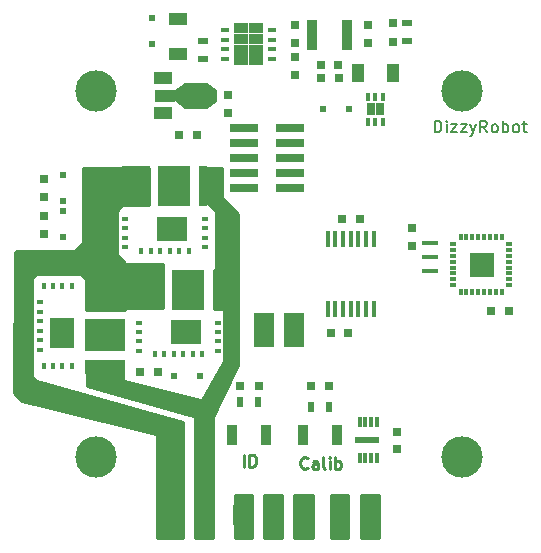
<source format=gbr>
G04 #@! TF.FileFunction,Soldermask,Top*
%FSLAX46Y46*%
G04 Gerber Fmt 4.6, Leading zero omitted, Abs format (unit mm)*
G04 Created by KiCad (PCBNEW 4.0.6) date 07/23/18 20:20:06*
%MOMM*%
%LPD*%
G01*
G04 APERTURE LIST*
%ADD10C,0.100000*%
%ADD11C,0.250000*%
%ADD12C,0.200000*%
%ADD13R,1.400000X0.400000*%
%ADD14C,3.500000*%
%ADD15R,1.500000X1.000000*%
%ADD16R,1.800000X1.000000*%
%ADD17R,1.840000X2.200000*%
%ADD18R,0.750000X0.800000*%
%ADD19R,0.800000X0.750000*%
%ADD20R,0.800000X0.800000*%
%ADD21R,0.500000X0.500000*%
%ADD22R,1.700000X1.700000*%
%ADD23O,1.700000X1.700000*%
%ADD24R,0.500000X0.900000*%
%ADD25R,0.304800X0.889000*%
%ADD26R,2.000000X0.600000*%
%ADD27R,1.000000X1.600000*%
%ADD28R,0.900000X2.500000*%
%ADD29R,0.750000X0.350000*%
%ADD30R,1.250000X0.900000*%
%ADD31R,1.600000X1.000000*%
%ADD32R,0.900000X0.500000*%
%ADD33R,0.900000X1.700000*%
%ADD34R,2.400000X0.740000*%
%ADD35R,0.600000X0.300000*%
%ADD36R,0.300000X0.600000*%
%ADD37R,2.000000X2.000000*%
%ADD38R,0.350000X0.650000*%
%ADD39R,0.800000X1.000000*%
%ADD40R,0.450000X1.450000*%
%ADD41R,0.300000X0.550000*%
%ADD42R,0.550000X0.300000*%
%ADD43R,0.800000X3.400000*%
%ADD44R,2.750000X3.400000*%
%ADD45R,2.400000X3.400000*%
%ADD46R,2.500000X2.000000*%
%ADD47C,1.000000*%
%ADD48R,3.400000X0.800000*%
%ADD49R,3.400000X2.750000*%
%ADD50R,3.400000X2.400000*%
%ADD51R,2.000000X2.500000*%
%ADD52R,1.700000X3.000000*%
%ADD53C,0.254000*%
G04 APERTURE END LIST*
D10*
D11*
X62550000Y-81802381D02*
X62550000Y-80802381D01*
X63026190Y-81802381D02*
X63026190Y-80802381D01*
X63264285Y-80802381D01*
X63407143Y-80850000D01*
X63502381Y-80945238D01*
X63550000Y-81040476D01*
X63597619Y-81230952D01*
X63597619Y-81373810D01*
X63550000Y-81564286D01*
X63502381Y-81659524D01*
X63407143Y-81754762D01*
X63264285Y-81802381D01*
X63026190Y-81802381D01*
X67954762Y-81907143D02*
X67907143Y-81954762D01*
X67764286Y-82002381D01*
X67669048Y-82002381D01*
X67526190Y-81954762D01*
X67430952Y-81859524D01*
X67383333Y-81764286D01*
X67335714Y-81573810D01*
X67335714Y-81430952D01*
X67383333Y-81240476D01*
X67430952Y-81145238D01*
X67526190Y-81050000D01*
X67669048Y-81002381D01*
X67764286Y-81002381D01*
X67907143Y-81050000D01*
X67954762Y-81097619D01*
X68811905Y-82002381D02*
X68811905Y-81478571D01*
X68764286Y-81383333D01*
X68669048Y-81335714D01*
X68478571Y-81335714D01*
X68383333Y-81383333D01*
X68811905Y-81954762D02*
X68716667Y-82002381D01*
X68478571Y-82002381D01*
X68383333Y-81954762D01*
X68335714Y-81859524D01*
X68335714Y-81764286D01*
X68383333Y-81669048D01*
X68478571Y-81621429D01*
X68716667Y-81621429D01*
X68811905Y-81573810D01*
X69430952Y-82002381D02*
X69335714Y-81954762D01*
X69288095Y-81859524D01*
X69288095Y-81002381D01*
X69811905Y-82002381D02*
X69811905Y-81335714D01*
X69811905Y-81002381D02*
X69764286Y-81050000D01*
X69811905Y-81097619D01*
X69859524Y-81050000D01*
X69811905Y-81002381D01*
X69811905Y-81097619D01*
X70288095Y-82002381D02*
X70288095Y-81002381D01*
X70288095Y-81383333D02*
X70383333Y-81335714D01*
X70573810Y-81335714D01*
X70669048Y-81383333D01*
X70716667Y-81430952D01*
X70764286Y-81526190D01*
X70764286Y-81811905D01*
X70716667Y-81907143D01*
X70669048Y-81954762D01*
X70573810Y-82002381D01*
X70383333Y-82002381D01*
X70288095Y-81954762D01*
D12*
X78716666Y-53502381D02*
X78716666Y-52502381D01*
X78954761Y-52502381D01*
X79097619Y-52550000D01*
X79192857Y-52645238D01*
X79240476Y-52740476D01*
X79288095Y-52930952D01*
X79288095Y-53073810D01*
X79240476Y-53264286D01*
X79192857Y-53359524D01*
X79097619Y-53454762D01*
X78954761Y-53502381D01*
X78716666Y-53502381D01*
X79716666Y-53502381D02*
X79716666Y-52835714D01*
X79716666Y-52502381D02*
X79669047Y-52550000D01*
X79716666Y-52597619D01*
X79764285Y-52550000D01*
X79716666Y-52502381D01*
X79716666Y-52597619D01*
X80097618Y-52835714D02*
X80621428Y-52835714D01*
X80097618Y-53502381D01*
X80621428Y-53502381D01*
X80907142Y-52835714D02*
X81430952Y-52835714D01*
X80907142Y-53502381D01*
X81430952Y-53502381D01*
X81716666Y-52835714D02*
X81954761Y-53502381D01*
X82192857Y-52835714D02*
X81954761Y-53502381D01*
X81859523Y-53740476D01*
X81811904Y-53788095D01*
X81716666Y-53835714D01*
X83145238Y-53502381D02*
X82811904Y-53026190D01*
X82573809Y-53502381D02*
X82573809Y-52502381D01*
X82954762Y-52502381D01*
X83050000Y-52550000D01*
X83097619Y-52597619D01*
X83145238Y-52692857D01*
X83145238Y-52835714D01*
X83097619Y-52930952D01*
X83050000Y-52978571D01*
X82954762Y-53026190D01*
X82573809Y-53026190D01*
X83716666Y-53502381D02*
X83621428Y-53454762D01*
X83573809Y-53407143D01*
X83526190Y-53311905D01*
X83526190Y-53026190D01*
X83573809Y-52930952D01*
X83621428Y-52883333D01*
X83716666Y-52835714D01*
X83859524Y-52835714D01*
X83954762Y-52883333D01*
X84002381Y-52930952D01*
X84050000Y-53026190D01*
X84050000Y-53311905D01*
X84002381Y-53407143D01*
X83954762Y-53454762D01*
X83859524Y-53502381D01*
X83716666Y-53502381D01*
X84478571Y-53502381D02*
X84478571Y-52502381D01*
X84478571Y-52883333D02*
X84573809Y-52835714D01*
X84764286Y-52835714D01*
X84859524Y-52883333D01*
X84907143Y-52930952D01*
X84954762Y-53026190D01*
X84954762Y-53311905D01*
X84907143Y-53407143D01*
X84859524Y-53454762D01*
X84764286Y-53502381D01*
X84573809Y-53502381D01*
X84478571Y-53454762D01*
X85526190Y-53502381D02*
X85430952Y-53454762D01*
X85383333Y-53407143D01*
X85335714Y-53311905D01*
X85335714Y-53026190D01*
X85383333Y-52930952D01*
X85430952Y-52883333D01*
X85526190Y-52835714D01*
X85669048Y-52835714D01*
X85764286Y-52883333D01*
X85811905Y-52930952D01*
X85859524Y-53026190D01*
X85859524Y-53311905D01*
X85811905Y-53407143D01*
X85764286Y-53454762D01*
X85669048Y-53502381D01*
X85526190Y-53502381D01*
X86145238Y-52835714D02*
X86526190Y-52835714D01*
X86288095Y-52502381D02*
X86288095Y-53359524D01*
X86335714Y-53454762D01*
X86430952Y-53502381D01*
X86526190Y-53502381D01*
D13*
X78350000Y-62850000D03*
X78350000Y-64050000D03*
X78350000Y-65250000D03*
D14*
X50000000Y-81000000D03*
X81000000Y-81000000D03*
X81000000Y-50000000D03*
D10*
G36*
X59422000Y-49300000D02*
X60272000Y-49900000D01*
X60272000Y-50900000D01*
X59422000Y-51500000D01*
X59422000Y-49300000D01*
X59422000Y-49300000D01*
G37*
D15*
X55700000Y-48900000D03*
D16*
X55846500Y-50400000D03*
D15*
X55700000Y-51900000D03*
D17*
X58513500Y-50400000D03*
D10*
G36*
X57603800Y-51500000D02*
X56603800Y-50800000D01*
X56603800Y-50000000D01*
X57603800Y-49300000D01*
X57603800Y-51500000D01*
X57603800Y-51500000D01*
G37*
D18*
X66900000Y-48650000D03*
X66900000Y-47150000D03*
X45600000Y-57450000D03*
X45600000Y-58950000D03*
D19*
X55300000Y-73750000D03*
X53800000Y-73750000D03*
X71400000Y-70450000D03*
X69900000Y-70450000D03*
D18*
X75500000Y-80350000D03*
X75500000Y-78850000D03*
D20*
X68200000Y-74950000D03*
X69800000Y-74950000D03*
D21*
X54800000Y-46000000D03*
X54800000Y-43800000D03*
D22*
X73200000Y-85900000D03*
D23*
X70660000Y-85900000D03*
D22*
X56600000Y-85900000D03*
X59200000Y-85900000D03*
X62500000Y-85900000D03*
X65040000Y-85900000D03*
X67580000Y-85900000D03*
D24*
X63750000Y-76300000D03*
X62250000Y-76300000D03*
X68250000Y-76750000D03*
X69750000Y-76750000D03*
D25*
X73850000Y-78050000D03*
X73350000Y-78050000D03*
X72850000Y-78050000D03*
X72350000Y-78050000D03*
X72350000Y-81072600D03*
X72850000Y-81072600D03*
X73350000Y-81072600D03*
X73850000Y-81072600D03*
D26*
X73000000Y-79561300D03*
D18*
X66900000Y-44450000D03*
X66900000Y-45950000D03*
D27*
X75200000Y-48500000D03*
X72200000Y-48500000D03*
D28*
X68350000Y-45300000D03*
X71250000Y-45300000D03*
D18*
X61200000Y-51850000D03*
X61200000Y-50350000D03*
D19*
X69050000Y-47800000D03*
X70550000Y-47800000D03*
X70600000Y-48900000D03*
X69100000Y-48900000D03*
D18*
X73100000Y-45900000D03*
X73100000Y-44400000D03*
D29*
X60925000Y-44850000D03*
X60925000Y-45650000D03*
X60925000Y-46450000D03*
X60925000Y-47250000D03*
X64925000Y-47250000D03*
X64925000Y-46450000D03*
X64925000Y-45650000D03*
X64925000Y-44850000D03*
D30*
X63550000Y-47400000D03*
X63550000Y-46500000D03*
X63550000Y-45600000D03*
X63550000Y-44700000D03*
X62300000Y-47400000D03*
X62300000Y-46500000D03*
X62300000Y-45600000D03*
X62300000Y-44700000D03*
D21*
X47250000Y-62400000D03*
X47250000Y-60200000D03*
D19*
X72400000Y-60800000D03*
X70900000Y-60800000D03*
D31*
X57000000Y-46900000D03*
X57000000Y-43900000D03*
D19*
X85000000Y-68650000D03*
X83500000Y-68650000D03*
D20*
X63800000Y-74950000D03*
X62200000Y-74950000D03*
D21*
X47250000Y-57100000D03*
X47250000Y-59300000D03*
X56600000Y-74150000D03*
X58800000Y-74150000D03*
D32*
X59100000Y-47250000D03*
X59100000Y-45750000D03*
D33*
X67550000Y-79100000D03*
X70450000Y-79100000D03*
X61550000Y-79100000D03*
X64450000Y-79100000D03*
D32*
X76400000Y-44250000D03*
X76400000Y-45750000D03*
D20*
X75200000Y-45850000D03*
X75200000Y-44250000D03*
D34*
X62600000Y-53100000D03*
X66500000Y-53100000D03*
X62600000Y-54370000D03*
X66500000Y-54370000D03*
X62600000Y-55640000D03*
X66500000Y-55640000D03*
X62600000Y-56910000D03*
X66500000Y-56910000D03*
X62600000Y-58180000D03*
X66500000Y-58180000D03*
D35*
X80300000Y-62950000D03*
X80300000Y-63450000D03*
X80300000Y-63950000D03*
X80300000Y-64450000D03*
X80300000Y-64950000D03*
X80300000Y-65450000D03*
X80300000Y-65950000D03*
X80300000Y-66450000D03*
D36*
X80900000Y-67050000D03*
X81400000Y-67050000D03*
X81900000Y-67050000D03*
X82400000Y-67050000D03*
X82900000Y-67050000D03*
X83400000Y-67050000D03*
X83900000Y-67050000D03*
X84400000Y-67050000D03*
D35*
X85000000Y-66450000D03*
X85000000Y-65950000D03*
X85000000Y-65450000D03*
X85000000Y-64950000D03*
X85000000Y-64450000D03*
X85000000Y-63950000D03*
X85000000Y-63450000D03*
X85000000Y-62950000D03*
D36*
X84400000Y-62350000D03*
X83900000Y-62350000D03*
X83400000Y-62350000D03*
X82900000Y-62350000D03*
X82400000Y-62350000D03*
X81900000Y-62350000D03*
X81400000Y-62350000D03*
X80900000Y-62350000D03*
D37*
X82700000Y-64750000D03*
D38*
X73050000Y-52600000D03*
X73700000Y-52600000D03*
X74350000Y-52600000D03*
X74350000Y-50500000D03*
X73700000Y-50500000D03*
X73050000Y-50500000D03*
D39*
X74100000Y-51550000D03*
X73300000Y-51550000D03*
D19*
X58600000Y-53700000D03*
X57100000Y-53700000D03*
D18*
X45600000Y-62100000D03*
X45600000Y-60600000D03*
D21*
X69250000Y-51550000D03*
X71450000Y-51550000D03*
D40*
X73550000Y-62550000D03*
X72900000Y-62550000D03*
X72250000Y-62550000D03*
X71600000Y-62550000D03*
X70950000Y-62550000D03*
X70300000Y-62550000D03*
X69650000Y-62550000D03*
X69650000Y-68450000D03*
X70300000Y-68450000D03*
X70950000Y-68450000D03*
X71600000Y-68450000D03*
X72250000Y-68450000D03*
X72900000Y-68450000D03*
X73550000Y-68450000D03*
D14*
X50000000Y-50000000D03*
D41*
X53875000Y-63525000D03*
X54675000Y-63525000D03*
X55475000Y-63525000D03*
X56275000Y-63525000D03*
X57075000Y-63525000D03*
X57875000Y-63525000D03*
D42*
X59225000Y-63225000D03*
X59225000Y-62425000D03*
X59225000Y-61625000D03*
X59225000Y-60825000D03*
X52525000Y-63225000D03*
X52525000Y-62425000D03*
X52525000Y-61625000D03*
X52525000Y-60825000D03*
D43*
X59100000Y-58050000D03*
D44*
X56675000Y-58050000D03*
D45*
X53450000Y-58050000D03*
D46*
X56500000Y-61650000D03*
D47*
X56050000Y-57125000D03*
X57250000Y-57100000D03*
X57250000Y-58900000D03*
X56075000Y-58875000D03*
D42*
X45300000Y-67900000D03*
X45300000Y-68700000D03*
X45300000Y-69500000D03*
X45300000Y-70300000D03*
X45300000Y-71100000D03*
X45300000Y-71900000D03*
D41*
X45600000Y-73250000D03*
X46400000Y-73250000D03*
X47200000Y-73250000D03*
X48000000Y-73250000D03*
X45600000Y-66550000D03*
X46400000Y-66550000D03*
X47200000Y-66550000D03*
X48000000Y-66550000D03*
D48*
X50775000Y-73125000D03*
D49*
X50775000Y-70700000D03*
D50*
X50775000Y-67475000D03*
D51*
X47175000Y-70525000D03*
D47*
X51700000Y-70075000D03*
X51725000Y-71275000D03*
X49925000Y-71275000D03*
X49950000Y-70100000D03*
D41*
X55025000Y-72300000D03*
X55825000Y-72300000D03*
X56625000Y-72300000D03*
X57425000Y-72300000D03*
X58225000Y-72300000D03*
X59025000Y-72300000D03*
D42*
X60375000Y-72000000D03*
X60375000Y-71200000D03*
X60375000Y-70400000D03*
X60375000Y-69600000D03*
X53675000Y-72000000D03*
X53675000Y-71200000D03*
X53675000Y-70400000D03*
X53675000Y-69600000D03*
D43*
X60250000Y-66825000D03*
D44*
X57825000Y-66825000D03*
D45*
X54600000Y-66825000D03*
D46*
X57650000Y-70425000D03*
D47*
X57200000Y-65900000D03*
X58400000Y-65875000D03*
X58400000Y-67675000D03*
X57225000Y-67650000D03*
D18*
X76750000Y-63100000D03*
X76750000Y-61600000D03*
D52*
X66800000Y-70250000D03*
X64260000Y-70250000D03*
D53*
G36*
X63223000Y-87873000D02*
X61777000Y-87873000D01*
X61777000Y-84177000D01*
X63223000Y-84177000D01*
X63223000Y-87873000D01*
X63223000Y-87873000D01*
G37*
X63223000Y-87873000D02*
X61777000Y-87873000D01*
X61777000Y-84177000D01*
X63223000Y-84177000D01*
X63223000Y-87873000D01*
G36*
X65773000Y-87873000D02*
X64277000Y-87873000D01*
X64277000Y-84177000D01*
X65773000Y-84177000D01*
X65773000Y-87873000D01*
X65773000Y-87873000D01*
G37*
X65773000Y-87873000D02*
X64277000Y-87873000D01*
X64277000Y-84177000D01*
X65773000Y-84177000D01*
X65773000Y-87873000D01*
G36*
X68373000Y-87873000D02*
X66827000Y-87873000D01*
X66827000Y-84177000D01*
X68373000Y-84177000D01*
X68373000Y-87873000D01*
X68373000Y-87873000D01*
G37*
X68373000Y-87873000D02*
X66827000Y-87873000D01*
X66827000Y-84177000D01*
X68373000Y-84177000D01*
X68373000Y-87873000D01*
G36*
X71373000Y-87873000D02*
X69927000Y-87873000D01*
X69927000Y-84227000D01*
X71373000Y-84227000D01*
X71373000Y-87873000D01*
X71373000Y-87873000D01*
G37*
X71373000Y-87873000D02*
X69927000Y-87873000D01*
X69927000Y-84227000D01*
X71373000Y-84227000D01*
X71373000Y-87873000D01*
G36*
X73973000Y-87873000D02*
X72477000Y-87873000D01*
X72477000Y-84227000D01*
X73973000Y-84227000D01*
X73973000Y-87873000D01*
X73973000Y-87873000D01*
G37*
X73973000Y-87873000D02*
X72477000Y-87873000D01*
X72477000Y-84227000D01*
X73973000Y-84227000D01*
X73973000Y-87873000D01*
G36*
X60673000Y-58950000D02*
X60683006Y-58999410D01*
X60710197Y-59039803D01*
X62073003Y-60402609D01*
X62073825Y-73190220D01*
X59935523Y-77641592D01*
X59923000Y-77696583D01*
X59923000Y-87873000D01*
X58377000Y-87873000D01*
X58377000Y-77600000D01*
X58366994Y-77550590D01*
X58338553Y-77508965D01*
X58284268Y-77477711D01*
X49274967Y-74953127D01*
X49229731Y-72827000D01*
X52323000Y-72827000D01*
X52323000Y-74450000D01*
X52333006Y-74499410D01*
X52361447Y-74541035D01*
X52418922Y-74573139D01*
X58858049Y-76198276D01*
X58908405Y-76200665D01*
X58955724Y-76183275D01*
X58999548Y-76137876D01*
X60860421Y-72862739D01*
X60877000Y-72800000D01*
X60877000Y-68600000D01*
X60866994Y-68550590D01*
X60838553Y-68508965D01*
X60796159Y-68481685D01*
X60749111Y-68473003D01*
X60048848Y-68477906D01*
X60027346Y-65202260D01*
X60189803Y-65039803D01*
X60217666Y-64997789D01*
X60227000Y-64950000D01*
X60227000Y-60250000D01*
X60216994Y-60200590D01*
X60189803Y-60160197D01*
X59589803Y-59560197D01*
X59547789Y-59532334D01*
X59500000Y-59523000D01*
X58927000Y-59523000D01*
X58927000Y-56477000D01*
X60673000Y-56477000D01*
X60673000Y-58950000D01*
X60673000Y-58950000D01*
G37*
X60673000Y-58950000D02*
X60683006Y-58999410D01*
X60710197Y-59039803D01*
X62073003Y-60402609D01*
X62073825Y-73190220D01*
X59935523Y-77641592D01*
X59923000Y-77696583D01*
X59923000Y-87873000D01*
X58377000Y-87873000D01*
X58377000Y-77600000D01*
X58366994Y-77550590D01*
X58338553Y-77508965D01*
X58284268Y-77477711D01*
X49274967Y-74953127D01*
X49229731Y-72827000D01*
X52323000Y-72827000D01*
X52323000Y-74450000D01*
X52333006Y-74499410D01*
X52361447Y-74541035D01*
X52418922Y-74573139D01*
X58858049Y-76198276D01*
X58908405Y-76200665D01*
X58955724Y-76183275D01*
X58999548Y-76137876D01*
X60860421Y-72862739D01*
X60877000Y-72800000D01*
X60877000Y-68600000D01*
X60866994Y-68550590D01*
X60838553Y-68508965D01*
X60796159Y-68481685D01*
X60749111Y-68473003D01*
X60048848Y-68477906D01*
X60027346Y-65202260D01*
X60189803Y-65039803D01*
X60217666Y-64997789D01*
X60227000Y-64950000D01*
X60227000Y-60250000D01*
X60216994Y-60200590D01*
X60189803Y-60160197D01*
X59589803Y-59560197D01*
X59547789Y-59532334D01*
X59500000Y-59523000D01*
X58927000Y-59523000D01*
X58927000Y-56477000D01*
X60673000Y-56477000D01*
X60673000Y-58950000D01*
G36*
X54523000Y-59623000D02*
X52350000Y-59623000D01*
X52300590Y-59633006D01*
X52260197Y-59660197D01*
X51860197Y-60060197D01*
X51832334Y-60102211D01*
X51823000Y-60150000D01*
X51823000Y-63900000D01*
X51833006Y-63949410D01*
X51860197Y-63989803D01*
X52460197Y-64589803D01*
X52502211Y-64617666D01*
X52550000Y-64627000D01*
X55673000Y-64627000D01*
X55673000Y-68373000D01*
X52700000Y-68373000D01*
X52650590Y-68383006D01*
X52610197Y-68410197D01*
X52447394Y-68573000D01*
X49177000Y-68573000D01*
X49177000Y-65950000D01*
X49166994Y-65900590D01*
X49139803Y-65860197D01*
X48789803Y-65510197D01*
X48747789Y-65482334D01*
X48700000Y-65473000D01*
X45050000Y-65473000D01*
X45000590Y-65483006D01*
X44960197Y-65510197D01*
X44660197Y-65810197D01*
X44632334Y-65852211D01*
X44623000Y-65900000D01*
X44623000Y-74150000D01*
X44633006Y-74199410D01*
X44660197Y-74239803D01*
X44960197Y-74539803D01*
X45015672Y-74572273D01*
X54365672Y-77197273D01*
X54367338Y-77197728D01*
X57373000Y-77997622D01*
X57373000Y-87873000D01*
X55177000Y-87873000D01*
X55177000Y-79200000D01*
X55166994Y-79150590D01*
X55138553Y-79108965D01*
X55081058Y-79076856D01*
X43812755Y-76234850D01*
X43127230Y-75595027D01*
X43176781Y-63702825D01*
X43302606Y-63577000D01*
X48150000Y-63577000D01*
X48199410Y-63566994D01*
X48239803Y-63539803D01*
X48939803Y-62839803D01*
X48967666Y-62797789D01*
X48977000Y-62750000D01*
X48977000Y-56477000D01*
X54523000Y-56477000D01*
X54523000Y-59623000D01*
X54523000Y-59623000D01*
G37*
X54523000Y-59623000D02*
X52350000Y-59623000D01*
X52300590Y-59633006D01*
X52260197Y-59660197D01*
X51860197Y-60060197D01*
X51832334Y-60102211D01*
X51823000Y-60150000D01*
X51823000Y-63900000D01*
X51833006Y-63949410D01*
X51860197Y-63989803D01*
X52460197Y-64589803D01*
X52502211Y-64617666D01*
X52550000Y-64627000D01*
X55673000Y-64627000D01*
X55673000Y-68373000D01*
X52700000Y-68373000D01*
X52650590Y-68383006D01*
X52610197Y-68410197D01*
X52447394Y-68573000D01*
X49177000Y-68573000D01*
X49177000Y-65950000D01*
X49166994Y-65900590D01*
X49139803Y-65860197D01*
X48789803Y-65510197D01*
X48747789Y-65482334D01*
X48700000Y-65473000D01*
X45050000Y-65473000D01*
X45000590Y-65483006D01*
X44960197Y-65510197D01*
X44660197Y-65810197D01*
X44632334Y-65852211D01*
X44623000Y-65900000D01*
X44623000Y-74150000D01*
X44633006Y-74199410D01*
X44660197Y-74239803D01*
X44960197Y-74539803D01*
X45015672Y-74572273D01*
X54365672Y-77197273D01*
X54367338Y-77197728D01*
X57373000Y-77997622D01*
X57373000Y-87873000D01*
X55177000Y-87873000D01*
X55177000Y-79200000D01*
X55166994Y-79150590D01*
X55138553Y-79108965D01*
X55081058Y-79076856D01*
X43812755Y-76234850D01*
X43127230Y-75595027D01*
X43176781Y-63702825D01*
X43302606Y-63577000D01*
X48150000Y-63577000D01*
X48199410Y-63566994D01*
X48239803Y-63539803D01*
X48939803Y-62839803D01*
X48967666Y-62797789D01*
X48977000Y-62750000D01*
X48977000Y-56477000D01*
X54523000Y-56477000D01*
X54523000Y-59623000D01*
M02*

</source>
